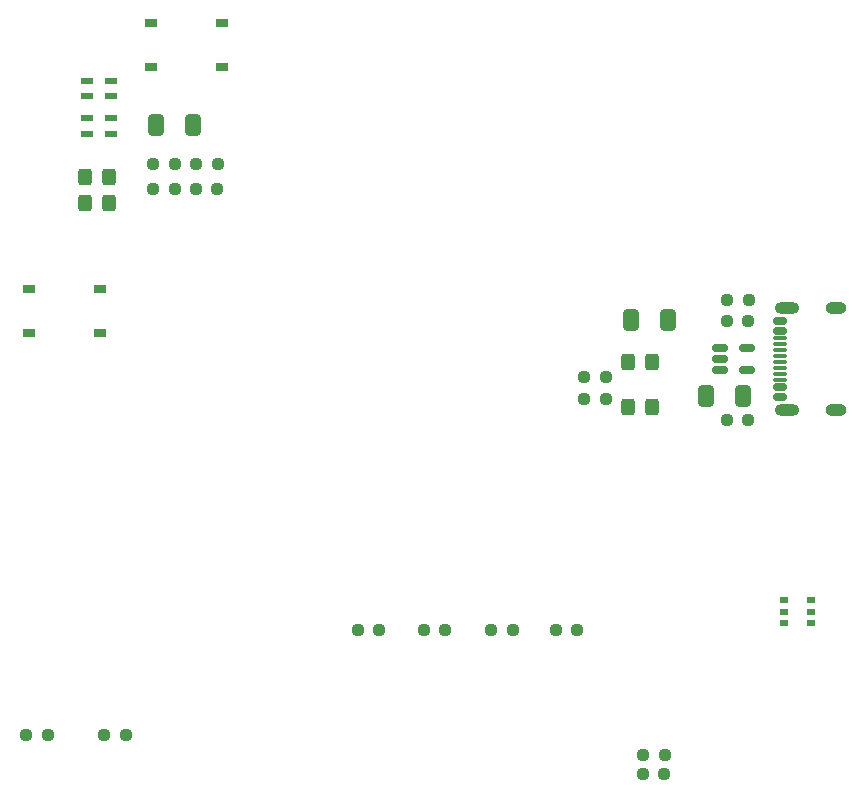
<source format=gbr>
%TF.GenerationSoftware,KiCad,Pcbnew,9.0.1*%
%TF.CreationDate,2025-04-18T18:57:09+02:00*%
%TF.ProjectId,hexapod2_cli,68657861-706f-4643-925f-636c692e6b69,rev?*%
%TF.SameCoordinates,Original*%
%TF.FileFunction,Paste,Top*%
%TF.FilePolarity,Positive*%
%FSLAX46Y46*%
G04 Gerber Fmt 4.6, Leading zero omitted, Abs format (unit mm)*
G04 Created by KiCad (PCBNEW 9.0.1) date 2025-04-18 18:57:09*
%MOMM*%
%LPD*%
G01*
G04 APERTURE LIST*
G04 Aperture macros list*
%AMRoundRect*
0 Rectangle with rounded corners*
0 $1 Rounding radius*
0 $2 $3 $4 $5 $6 $7 $8 $9 X,Y pos of 4 corners*
0 Add a 4 corners polygon primitive as box body*
4,1,4,$2,$3,$4,$5,$6,$7,$8,$9,$2,$3,0*
0 Add four circle primitives for the rounded corners*
1,1,$1+$1,$2,$3*
1,1,$1+$1,$4,$5*
1,1,$1+$1,$6,$7*
1,1,$1+$1,$8,$9*
0 Add four rect primitives between the rounded corners*
20,1,$1+$1,$2,$3,$4,$5,0*
20,1,$1+$1,$4,$5,$6,$7,0*
20,1,$1+$1,$6,$7,$8,$9,0*
20,1,$1+$1,$8,$9,$2,$3,0*%
G04 Aperture macros list end*
%ADD10RoundRect,0.150000X-0.512500X-0.150000X0.512500X-0.150000X0.512500X0.150000X-0.512500X0.150000X0*%
%ADD11RoundRect,0.237500X0.250000X0.237500X-0.250000X0.237500X-0.250000X-0.237500X0.250000X-0.237500X0*%
%ADD12RoundRect,0.237500X-0.250000X-0.237500X0.250000X-0.237500X0.250000X0.237500X-0.250000X0.237500X0*%
%ADD13R,1.000000X0.750000*%
%ADD14R,0.700000X0.510000*%
%ADD15RoundRect,0.250000X0.325000X0.450000X-0.325000X0.450000X-0.325000X-0.450000X0.325000X-0.450000X0*%
%ADD16RoundRect,0.250000X-0.325000X-0.450000X0.325000X-0.450000X0.325000X0.450000X-0.325000X0.450000X0*%
%ADD17RoundRect,0.250000X-0.412500X-0.650000X0.412500X-0.650000X0.412500X0.650000X-0.412500X0.650000X0*%
%ADD18R,1.000000X0.600000*%
%ADD19RoundRect,0.150000X0.425000X-0.150000X0.425000X0.150000X-0.425000X0.150000X-0.425000X-0.150000X0*%
%ADD20RoundRect,0.075000X0.500000X-0.075000X0.500000X0.075000X-0.500000X0.075000X-0.500000X-0.075000X0*%
%ADD21O,2.100000X1.000000*%
%ADD22O,1.800000X1.000000*%
%ADD23RoundRect,0.250000X0.412500X0.650000X-0.412500X0.650000X-0.412500X-0.650000X0.412500X-0.650000X0*%
G04 APERTURE END LIST*
D10*
%TO.C,U2*%
X164089500Y-89347000D03*
X164089500Y-90297000D03*
X164089500Y-91247000D03*
X166364500Y-91247000D03*
X166364500Y-89347000D03*
%TD*%
D11*
%TO.C,R5*%
X152019000Y-113284000D03*
X150194000Y-113284000D03*
%TD*%
D12*
%TO.C,R11*%
X105386500Y-122174000D03*
X107211500Y-122174000D03*
%TD*%
D13*
%TO.C,SW2*%
X105585000Y-84358000D03*
X111585000Y-84358000D03*
X105585000Y-88108000D03*
X111585000Y-88108000D03*
%TD*%
D14*
%TO.C,Q1*%
X169511000Y-110749000D03*
X169511000Y-111699000D03*
X169511000Y-112649000D03*
X171831000Y-112649000D03*
X171831000Y-111699000D03*
X171831000Y-110749000D03*
%TD*%
D11*
%TO.C,R16*%
X166497000Y-87122000D03*
X164672000Y-87122000D03*
%TD*%
D12*
%TO.C,R14*%
X152630500Y-91821000D03*
X154455500Y-91821000D03*
%TD*%
%TO.C,R10*%
X116134500Y-75946000D03*
X117959500Y-75946000D03*
%TD*%
%TO.C,R12*%
X111990500Y-122174000D03*
X113815500Y-122174000D03*
%TD*%
D11*
%TO.C,R15*%
X166544000Y-85344000D03*
X164719000Y-85344000D03*
%TD*%
D15*
%TO.C,D5*%
X158378000Y-94361000D03*
X156328000Y-94361000D03*
%TD*%
D12*
%TO.C,R3*%
X144733000Y-113284000D03*
X146558000Y-113284000D03*
%TD*%
D16*
%TO.C,D6*%
X156328000Y-90551000D03*
X158378000Y-90551000D03*
%TD*%
D12*
%TO.C,R2*%
X157607000Y-123825000D03*
X159432000Y-123825000D03*
%TD*%
%TO.C,R18*%
X164672000Y-95504000D03*
X166497000Y-95504000D03*
%TD*%
D16*
%TO.C,D4*%
X110345000Y-77089000D03*
X112395000Y-77089000D03*
%TD*%
D12*
%TO.C,R7*%
X116134500Y-73787000D03*
X117959500Y-73787000D03*
%TD*%
D17*
%TO.C,C2*%
X156552500Y-86995000D03*
X159677500Y-86995000D03*
%TD*%
D12*
%TO.C,R4*%
X139018000Y-113284000D03*
X140843000Y-113284000D03*
%TD*%
D17*
%TO.C,C3*%
X162902500Y-93472000D03*
X166027500Y-93472000D03*
%TD*%
D12*
%TO.C,R1*%
X157560000Y-125476000D03*
X159385000Y-125476000D03*
%TD*%
D13*
%TO.C,SW1*%
X115920000Y-61879000D03*
X121920000Y-61879000D03*
X115920000Y-65629000D03*
X121920000Y-65629000D03*
%TD*%
D12*
%TO.C,R8*%
X119737500Y-75946000D03*
X121562500Y-75946000D03*
%TD*%
D18*
%TO.C,D2*%
X110522000Y-66772000D03*
X110522000Y-68072000D03*
X112522000Y-68072000D03*
X112522000Y-66772000D03*
%TD*%
D19*
%TO.C,J6*%
X169167000Y-93497000D03*
X169167000Y-92697000D03*
D20*
X169167000Y-91547000D03*
X169167000Y-90547000D03*
X169167000Y-90047000D03*
X169167000Y-89047000D03*
D19*
X169167000Y-87897000D03*
X169167000Y-87097000D03*
X169167000Y-87097000D03*
X169167000Y-87897000D03*
D20*
X169167000Y-88547000D03*
X169167000Y-89547000D03*
X169167000Y-91047000D03*
X169167000Y-92047000D03*
D19*
X169167000Y-92697000D03*
X169167000Y-93497000D03*
D21*
X169742000Y-94617000D03*
D22*
X173922000Y-94617000D03*
D21*
X169742000Y-85977000D03*
D22*
X173922000Y-85977000D03*
%TD*%
D18*
%TO.C,D1*%
X110522000Y-69947000D03*
X110522000Y-71247000D03*
X112522000Y-71247000D03*
X112522000Y-69947000D03*
%TD*%
D23*
%TO.C,C1*%
X119507000Y-70485000D03*
X116382000Y-70485000D03*
%TD*%
D11*
%TO.C,R6*%
X135278500Y-113284000D03*
X133453500Y-113284000D03*
%TD*%
D12*
%TO.C,R9*%
X119761000Y-73787000D03*
X121586000Y-73787000D03*
%TD*%
D11*
%TO.C,R17*%
X154455500Y-93726000D03*
X152630500Y-93726000D03*
%TD*%
D16*
%TO.C,D3*%
X110345000Y-74930000D03*
X112395000Y-74930000D03*
%TD*%
M02*

</source>
